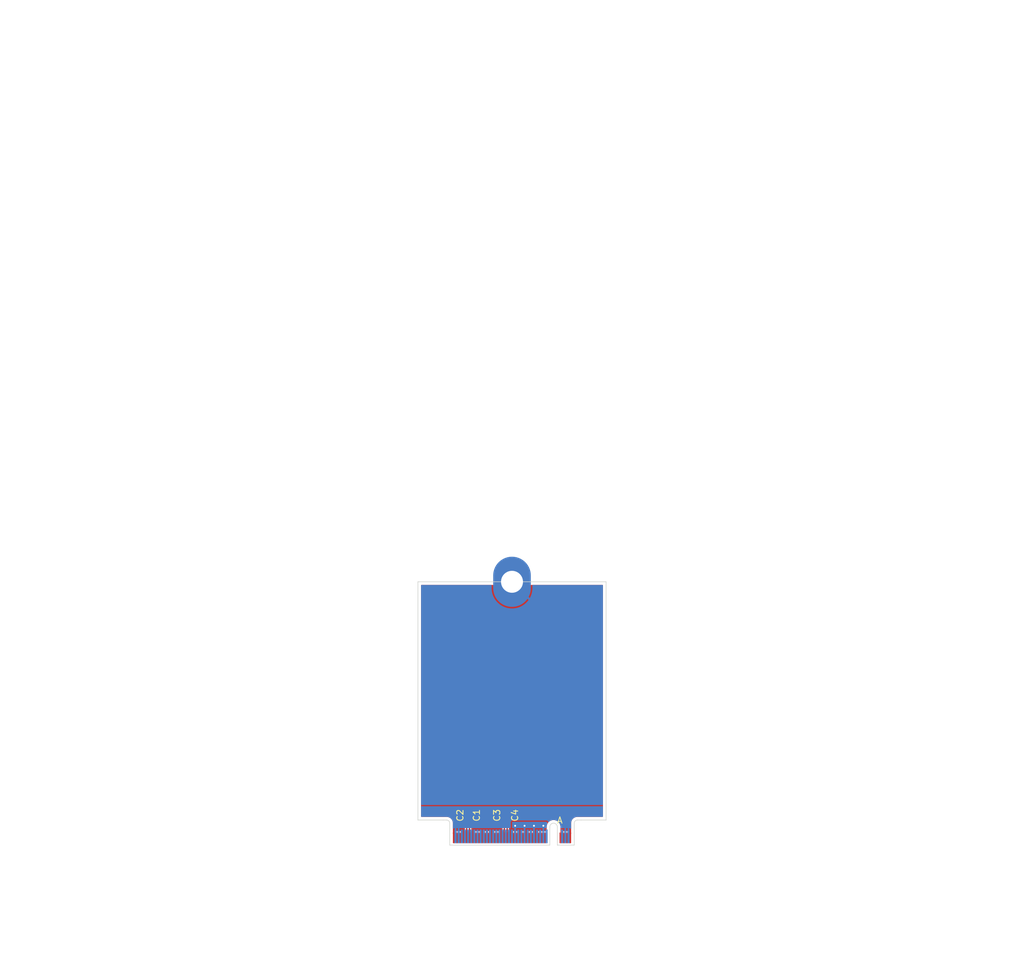
<source format=kicad_pcb>
(kicad_pcb (version 20241229) (generator "pcbnew") (generator_version "9.0")
  (layers (0 "F.Cu" signal) (2 "B.Cu" signal) (13 "F.Paste" user) (15 "B.Paste" user) (5 "F.SilkS" user "F.Silkscreen") (7 "B.SilkS" user "B.Silkscreen") (1 "F.Mask" user) (3 "B.Mask" user) (25 "Edge.Cuts" user))
  (net 0 "")
  (net 1 "GND")
  (net 2 "/M.2 A Key/PET1N")
  (net 3 "/M.2 A Key/PET1P")
  (net 4 "/M.2 A Key/PET0N")
  (net 5 "/M.2 A Key/PET0P")
  (net 6 "/PET0+")
  (net 7 "+3.3V")
  (net 8 "/USB_D+")
  (net 9 "/USB_D-")
  (net 10 "/LED#1")
  (net 11 "/LED#2")
  (net 12 "/DP_MLDIR")
  (net 13 "/DP_ML3-")
  (net 14 "/DP_AUX-")
  (net 15 "/DP_ML3+")
  (net 16 "/DP_AUX+")
  (net 17 "/DP_ML2-")
  (net 18 "/DP_ML1-")
  (net 19 "/DP_ML2+")
  (net 20 "/DP_ML1+")
  (net 21 "/DP_HPD")
  (net 22 "/DP_ML0-")
  (net 23 "/DP_ML0+")
  (net 24 "/PER0-")
  (net 25 "/PER0+")
  (net 31 "/REFCLK0+")
  (net 33 "/REFCLK0-")
  (net 34 "/SUSCLK")
  (net 35 "/PERST0#")
  (net 36 "/CLKREQ0#")
  (net 37 "/W_DISABLE2#")
  (net 38 "/PEWAKE0#")
  (net 39 "/W_DISABLE1#")
  (net 40 "/I2C_DATA")
  (net 41 "/PER1+")
  (net 42 "/I2C_CLK")
  (net 43 "/PER1-")
  (net 44 "/ALERT#")
  (net 46 "/PERST1#")
  (net 47 "/CLKREQ1#")
  (net 48 "/PEWAKE1#")
  (net 49 "/REFCLK1+")
  (net 50 "/REFCLK1-")
  (net 51 "/PET1-")
  (net 52 "/PET1+")
  (net 53 "/PET0-")
  (footprint "Capacitor_SMD:C_0201_0603Metric" (layer "F.Cu") (at 107.072527 152.872657 90)
    (property "Reference" "C4" (at 0 1.109 90) (layer "F.SilkS"))
    (property "Value" "220nF")
    (pad "1" smd roundrect (at -0.32 0 90) (size 0.46 0.4) (layers "F.Cu" "F.Mask") (net 5 "/M.2 A Key/PET0P"))
    (pad "2" smd roundrect (at 0.32 0 90) (size 0.46 0.4) (layers "F.Cu" "F.Mask") (net 6 "/PET0+"))
  )
  (footprint "Capacitor_SMD:C_0201_0603Metric" (layer "F.Cu") (at 101.072527 152.872657 90)
    (property "Reference" "C1" (at 0.005 1.009 90) (layer "F.SilkS"))
    (property "Value" "220nF")
    (pad "1" smd roundrect (at -0.32 0 90) (size 0.46 0.4) (layers "F.Cu" "F.Mask") (net 3 "/M.2 A Key/PET1P"))
    (pad "2" smd roundrect (at 0.32 0 90) (size 0.46 0.4) (layers "F.Cu" "F.Mask") (net 52 "/PET1+"))
  )
  (footprint "Capacitor_SMD:C_0201_0603Metric" (layer "F.Cu") (at 100.372527 152.872657 90)
    (property "Reference" "C2" (at -0.005 -0.921 90) (layer "F.SilkS"))
    (property "Value" "220nF")
    (pad "1" smd roundrect (at -0.32 0 90) (size 0.46 0.4) (layers "F.Cu" "F.Mask") (net 2 "/M.2 A Key/PET1N"))
    (pad "2" smd roundrect (at 0.32 0 90) (size 0.46 0.4) (layers "F.Cu" "F.Mask") (net 51 "/PET1-"))
  )
  (footprint "PCIexpress:M.2 A Key Connector" (layer "F.Cu") (at 107.722527 156.508657)
    (property "Reference" "J1")
    (property "Value" "~")
    (fp_line (start -11 -2.89) (end -10.425 -2.89) (stroke (width 0.1)) (layer "Edge.Cuts"))
    (fp_line (start -9.925 -2.39) (end -9.925 1.11) (stroke (width 0.1)) (layer "Edge.Cuts"))
    (fp_line (start 6.025 -1.79) (end 6.025 1.11) (stroke (width 0.1)) (layer "Edge.Cuts"))
    (fp_line (start 6.025 1.11) (end -9.925 1.11) (stroke (width 0.1)) (layer "Edge.Cuts"))
    (fp_line (start 7.225 -1.79) (end 7.225 1.11) (stroke (width 0.1)) (layer "Edge.Cuts"))
    (fp_line (start 7.225 1.11) (end 9.925 1.11) (stroke (width 0.1)) (layer "Edge.Cuts"))
    (fp_line (start 9.925 -2.39) (end 9.925 1.11) (stroke (width 0.1)) (layer "Edge.Cuts"))
    (fp_line (start 10.425 -2.89) (end 11 -2.89) (stroke (width 0.1)) (layer "Edge.Cuts"))
    (fp_arc (start -10.425 -2.89) (mid -10.071447 -2.743553) (end -9.925 -2.39) (stroke (width 0.1)) (layer "Edge.Cuts"))
    (fp_arc (start 6.025 -1.79) (mid 6.625 -2.39) (end 7.225 -1.79) (stroke (width 0.1)) (layer "Edge.Cuts"))
    (fp_arc (start 9.925 -2.39) (mid 10.071447 -2.743553) (end 10.425 -2.89) (stroke (width 0.1)) (layer "Edge.Cuts"))
    (fp_text user "A" (at 7.1 -2.255 0) (layer "F.SilkS") (effects (justify left bottom)))
    (pad "1" smd rect (at 9.25 -0.04 180) (size 0.35 1.7) (layers "F.Cu") (net 1 "GND"))
    (pad "2" smd rect (at 9 -0.29 180) (size 0.35 2.2) (layers "B.Cu") (net 7 "+3.3V"))
    (pad "3" smd rect (at 8.75 -0.04 180) (size 0.35 1.7) (layers "F.Cu") (net 8 "/USB_D+"))
    (pad "4" smd rect (at 8.5 -0.29 180) (size 0.35 2.2) (layers "B.Cu") (net 7 "+3.3V"))
    (pad "5" smd rect (at 8.25 -0.04 180) (size 0.35 1.7) (layers "F.Cu") (net 9 "/USB_D-"))
    (pad "6" smd rect (at 8 -0.29 180) (size 0.35 2.2) (layers "B.Cu") (net 10 "/LED#1"))
    (pad "7" smd rect (at 7.75 -0.04 180) (size 0.35 1.7) (layers "F.Cu") (net 1 "GND"))
    (pad "16" smd rect (at 5.5 -0.29 180) (size 0.35 2.2) (layers "B.Cu") (net 11 "/LED#2"))
    (pad "17" smd rect (at 5.25 -0.04 180) (size 0.35 1.7) (layers "F.Cu") (net 12 "/DP_MLDIR"))
    (pad "18" smd rect (at 5 -0.29 180) (size 0.35 2.2) (layers "B.Cu") (net 1 "GND"))
    (pad "19" smd rect (at 4.75 -0.04 180) (size 0.35 1.7) (layers "F.Cu") (net 13 "/DP_ML3-"))
    (pad "20" smd rect (at 4.5 -0.29 180) (size 0.35 2.2) (layers "B.Cu") (net 14 "/DP_AUX-"))
    (pad "21" smd rect (at 4.25 -0.04 180) (size 0.35 1.7) (layers "F.Cu") (net 15 "/DP_ML3+"))
    (pad "22" smd rect (at 4 -0.29 180) (size 0.35 2.2) (layers "B.Cu") (net 16 "/DP_AUX+"))
    (pad "23" smd rect (at 3.75 -0.04 180) (size 0.35 1.7) (layers "F.Cu") (net 1 "GND"))
    (pad "24" smd rect (at 3.5 -0.29 180) (size 0.35 2.2) (layers "B.Cu") (net 1 "GND"))
    (pad "25" smd rect (at 3.25 -0.04 180) (size 0.35 1.7) (layers "F.Cu") (net 17 "/DP_ML2-"))
    (pad "26" smd rect (at 3 -0.29 180) (size 0.35 2.2) (layers "B.Cu") (net 18 "/DP_ML1-"))
    (pad "27" smd rect (at 2.75 -0.04 180) (size 0.35 1.7) (layers "F.Cu") (net 19 "/DP_ML2+"))
    (pad "28" smd rect (at 2.5 -0.29 180) (size 0.35 2.2) (layers "B.Cu") (net 20 "/DP_ML1+"))
    (pad "29" smd rect (at 2.25 -0.04 180) (size 0.35 1.7) (layers "F.Cu") (net 1 "GND"))
    (pad "30" smd rect (at 2 -0.29 180) (size 0.35 2.2) (layers "B.Cu") (net 1 "GND"))
    (pad "31" smd rect (at 1.75 -0.04 180) (size 0.35 1.7) (layers "F.Cu") (net 21 "/DP_HPD"))
    (pad "32" smd rect (at 1.5 -0.29 180) (size 0.35 2.2) (layers "B.Cu") (net 22 "/DP_ML0-"))
    (pad "33" smd rect (at 1.25 -0.04 180) (size 0.35 1.7) (layers "F.Cu") (net 1 "GND"))
    (pad "34" smd rect (at 1 -0.29 180) (size 0.35 2.2) (layers "B.Cu") (net 23 "/DP_ML0+"))
    (pad "35" smd rect (at 0.75 -0.04 180) (size 0.35 1.7) (layers "F.Cu") (net 24 "/PER0-"))
    (pad "36" smd rect (at 0.5 -0.29 180) (size 0.35 2.2) (layers "B.Cu") (net 1 "GND"))
    (pad "37" smd rect (at 0.25 -0.04 180) (size 0.35 1.7) (layers "F.Cu") (net 25 "/PER0+"))
    (pad "38" smd rect (at 0 -0.29 180) (size 0.35 2.2) (layers "B.Cu"))
    (pad "39" smd rect (at -0.25 -0.04 180) (size 0.35 1.7) (layers "F.Cu") (net 1 "GND"))
    (pad "40" smd rect (at -0.5 -0.29 180) (size 0.35 2.2) (layers "B.Cu"))
    (pad "41" smd rect (at -0.75 -0.04 180) (size 0.35 1.7) (layers "F.Cu") (net 5 "/M.2 A Key/PET0P"))
    (pad "42" smd rect (at -1 -0.29 180) (size 0.35 2.2) (layers "B.Cu"))
    (pad "43" smd rect (at -1.25 -0.04 180) (size 0.35 1.7) (layers "F.Cu") (net 4 "/M.2 A Key/PET0N"))
    (pad "44" smd rect (at -1.5 -0.29 180) (size 0.35 2.2) (layers "B.Cu"))
    (pad "45" smd rect (at -1.75 -0.04 180) (size 0.35 1.7) (layers "F.Cu") (net 1 "GND"))
    (pad "46" smd rect (at -2 -0.29 180) (size 0.35 2.2) (layers "B.Cu"))
    (pad "47" smd rect (at -2.25 -0.04 180) (size 0.35 1.7) (layers "F.Cu") (net 31 "/REFCLK0+"))
    (pad "48" smd rect (at -2.5 -0.29 180) (size 0.35 2.2) (layers "B.Cu"))
    (pad "49" smd rect (at -2.75 -0.04 180) (size 0.35 1.7) (layers "F.Cu") (net 33 "/REFCLK0-"))
    (pad "50" smd rect (at -3 -0.29 180) (size 0.35 2.2) (layers "B.Cu") (net 34 "/SUSCLK"))
    (pad "51" smd rect (at -3.25 -0.04 180) (size 0.35 1.7) (layers "F.Cu") (net 1 "GND"))
    (pad "52" smd rect (at -3.5 -0.29 180) (size 0.35 2.2) (layers "B.Cu") (net 35 "/PERST0#"))
    (pad "53" smd rect (at -3.75 -0.04 180) (size 0.35 1.7) (layers "F.Cu") (net 36 "/CLKREQ0#"))
    (pad "54" smd rect (at -4 -0.29 180) (size 0.35 2.2) (layers "B.Cu") (net 37 "/W_DISABLE2#"))
    (pad "55" smd rect (at -4.25 -0.04 180) (size 0.35 1.7) (layers "F.Cu") (net 38 "/PEWAKE0#"))
    (pad "56" smd rect (at -4.5 -0.29 180) (size 0.35 2.2) (layers "B.Cu") (net 39 "/W_DISABLE1#"))
    (pad "57" smd rect (at -4.75 -0.04 180) (size 0.35 1.7) (layers "F.Cu") (net 1 "GND"))
    (pad "58" smd rect (at -5 -0.29 180) (size 0.35 2.2) (layers "B.Cu") (net 40 "/I2C_DATA"))
    (pad "59" smd rect (at -5.25 -0.04 180) (size 0.35 1.7) (layers "F.Cu") (net 41 "/PER1+"))
    (pad "60" smd rect (at -5.5 -0.29 180) (size 0.35 2.2) (layers "B.Cu") (net 42 "/I2C_CLK"))
    (pad "61" smd rect (at -5.75 -0.04 180) (size 0.35 1.7) (layers "F.Cu") (net 43 "/PER1-"))
    (pad "62" smd rect (at -6 -0.29 180) (size 0.35 2.2) (layers "B.Cu") (net 44 "/ALERT#"))
    (pad "63" smd rect (at -6.25 -0.04 180) (size 0.35 1.7) (layers "F.Cu") (net 1 "GND"))
    (pad "64" smd rect (at -6.5 -0.29 180) (size 0.35 2.2) (layers "B.Cu"))
    (pad "65" smd rect (at -6.75 -0.04 180) (size 0.35 1.7) (layers "F.Cu") (net 3 "/M.2 A Key/PET1P"))
    (pad "66" smd rect (at -7 -0.29 180) (size 0.35 2.2) (layers "B.Cu") (net 46 "/PERST1#"))
    (pad "67" smd rect (at -7.25 -0.04 180) (size 0.35 1.7) (layers "F.Cu") (net 2 "/M.2 A Key/PET1N"))
    (pad "68" smd rect (at -7.5 -0.29 180) (size 0.35 2.2) (layers "B.Cu") (net 47 "/CLKREQ1#"))
    (pad "69" smd rect (at -7.75 -0.04 180) (size 0.35 1.7) (layers "F.Cu") (net 1 "GND"))
    (pad "70" smd rect (at -8 -0.29 180) (size 0.35 2.2) (layers "B.Cu") (net 48 "/PEWAKE1#"))
    (pad "71" smd rect (at -8.25 -0.04 180) (size 0.35 1.7) (layers "F.Cu") (net 49 "/REFCLK1+"))
    (pad "72" smd rect (at -8.5 -0.29 180) (size 0.35 2.2) (layers "B.Cu") (net 7 "+3.3V"))
    (pad "73" smd rect (at -8.75 -0.04 180) (size 0.35 1.7) (layers "F.Cu") (net 50 "/REFCLK1-"))
    (pad "74" smd rect (at -9 -0.29 180) (size 0.35 2.2) (layers "B.Cu") (net 7 "+3.3V"))
    (pad "75" smd rect (at -9.25 -0.04 180) (size 0.35 1.7) (layers "F.Cu") (net 1 "GND"))
  )
  (footprint "Capacitor_SMD:C_0201_0603Metric" (layer "F.Cu") (at 106.372527 152.872657 90)
    (property "Reference" "C3" (at 0 -1.05 90) (layer "F.SilkS"))
    (property "Value" "220nF")
    (pad "1" smd roundrect (at -0.32 0 90) (size 0.46 0.4) (layers "F.Cu" "F.Mask") (net 4 "/M.2 A Key/PET0N"))
    (pad "2" smd roundrect (at 0.32 0 90) (size 0.46 0.4) (layers "F.Cu" "F.Mask") (net 53 "/PET0-"))
  )
  (footprint "PCIexpress:M.2 Mounting Pad" (layer "F.Cu") (at 107.722527 115.618657)
    (property "Reference" "H1")
    (property "Value" "MountingHole_Pad")
    (pad "1" thru_hole circle (at 0 0) (size 5.5 5.5) (drill 3.5) (property pad_prop_castellated) (layers "*.Cu" "*.Mask") (net 1 "GND") (padstack (mode front_inner_back) (layer "Inner" (shape circle) (size 5.5 5.5)) (layer "B.Cu" (shape oval) (size 6 8))))
  )
  (gr_line (start 118.722527 153.618657) (end 122.722527 153.618657) (stroke (width 0.1)) (layer "Edge.Cuts"))
  (gr_line (start 122.722527 115.618657) (end 92.722527 115.618657) (stroke (width 0.1)) (layer "Edge.Cuts"))
  (gr_line (start 92.722527 115.618657) (end 92.722527 153.618657) (stroke (width 0.1)) (layer "Edge.Cuts"))
  (gr_line (start 122.722527 153.618657) (end 122.722527 115.618657) (stroke (width 0.1)) (layer "Edge.Cuts"))
  (gr_line (start 96.722527 153.618657) (end 92.722527 153.618657) (stroke (width 0.1)) (layer "Edge.Cuts"))
  (via (at 108.222527 154.537657) (size 0.6) (drill 0.3) (layers "F.Cu" "B.Cu") (net 1))
  (via (at 109.722527 154.537657) (size 0.6) (drill 0.3) (layers "F.Cu" "B.Cu") (net 1))
  (via (at 111.222527 154.537657) (size 0.6) (drill 0.3) (layers "F.Cu" "B.Cu") (net 1))
  (via (at 112.722527 154.537657) (size 0.6) (drill 0.3) (layers "F.Cu" "B.Cu") (net 1))
  (segment (start 100.472527 155.193656) (end 100.497527 155.168656) (width 0.2) (layer "F.Cu") (net 2))
  (segment (start 100.497527 153.662658) (end 100.372527 153.537658) (width 0.2) (layer "F.Cu") (net 2))
  (segment (start 100.372527 153.537658) (end 100.372527 153.192657) (width 0.2) (layer "F.Cu") (net 2))
  (segment (start 100.497527 155.168656) (end 100.497527 153.662658) (width 0.2) (layer "F.Cu") (net 2))
  (segment (start 100.472527 156.468657) (end 100.472527 155.193656) (width 0.2) (layer "F.Cu") (net 2))
  (segment (start 100.972527 155.193656) (end 100.947527 155.168656) (width 0.2) (layer "F.Cu") (net 3))
  (segment (start 100.947527 155.168656) (end 100.947527 153.662658) (width 0.2) (layer "F.Cu") (net 3))
  (segment (start 100.972527 156.468657) (end 100.972527 155.193656) (width 0.2) (layer "F.Cu") (net 3))
  (segment (start 100.947527 153.662658) (end 101.072527 153.537658) (width 0.2) (layer "F.Cu") (net 3))
  (segment (start 101.072527 153.537658) (end 101.072527 153.192657) (width 0.2) (layer "F.Cu") (net 3))
  (segment (start 106.497527 153.662658) (end 106.372527 153.537658) (width 0.2) (layer "F.Cu") (net 4))
  (segment (start 106.497527 155.168656) (end 106.497527 153.662658) (width 0.2) (layer "F.Cu") (net 4))
  (segment (start 106.472527 156.468657) (end 106.472527 155.193656) (width 0.2) (layer "F.Cu") (net 4))
  (segment (start 106.472527 155.193656) (end 106.497527 155.168656) (width 0.2) (layer "F.Cu") (net 4))
  (segment (start 106.372527 153.537658) (end 106.372527 153.192657) (width 0.2) (layer "F.Cu") (net 4))
  (segment (start 106.972527 155.193656) (end 106.947527 155.168656) (width 0.2) (layer "F.Cu") (net 5))
  (segment (start 106.947527 155.168656) (end 106.947527 153.662658) (width 0.2) (layer "F.Cu") (net 5))
  (segment (start 106.947527 153.662658) (end 107.072527 153.537658) (width 0.2) (layer "F.Cu") (net 5))
  (segment (start 106.972527 156.468657) (end 106.972527 155.193656) (width 0.2) (layer "F.Cu") (net 5))
  (segment (start 107.072527 153.537658) (end 107.072527 153.192657) (width 0.2) (layer "F.Cu") (net 5))
  (zone (net 1) (net_name "GND") (layers "F.Cu" "B.Cu") (connect_pads (clearance 0.2)) (min_thickness 0.15) (fill yes (thermal_gap 0.25) (thermal_bridge_width 0.35))
    (polygon (pts (xy 92.716492 115.622657) (xy 122.721754 115.622657) (xy 122.723299 155.808657) (xy 92.718037 155.808657)))
  )
  (zone (net 1) (net_name "GND") (layer "B.Cu") (priority 2) (connect_pads (clearance 0.2)) (min_thickness 0.15) (fill yes (thermal_gap 0.25) (thermal_bridge_width 0.35))
    (polygon (pts (xy 107.731527 154.922657) (xy 107.731527 153.897657) (xy 113.286527 153.897657) (xy 113.286527 154.922657)))
  )
  (zone (net 7) (net_name "+3.3V") (layer "B.Cu") (priority 1) (connect_pads (clearance 0.2)) (min_thickness 0.1) (fill yes (thermal_gap 0.2) (thermal_bridge_width 0.25))
    (polygon (pts (xy 122.761168 156.052657) (xy 122.759752 151.422657) (xy 92.741527 151.422657) (xy 92.741527 156.052657)))
  )
)
</source>
